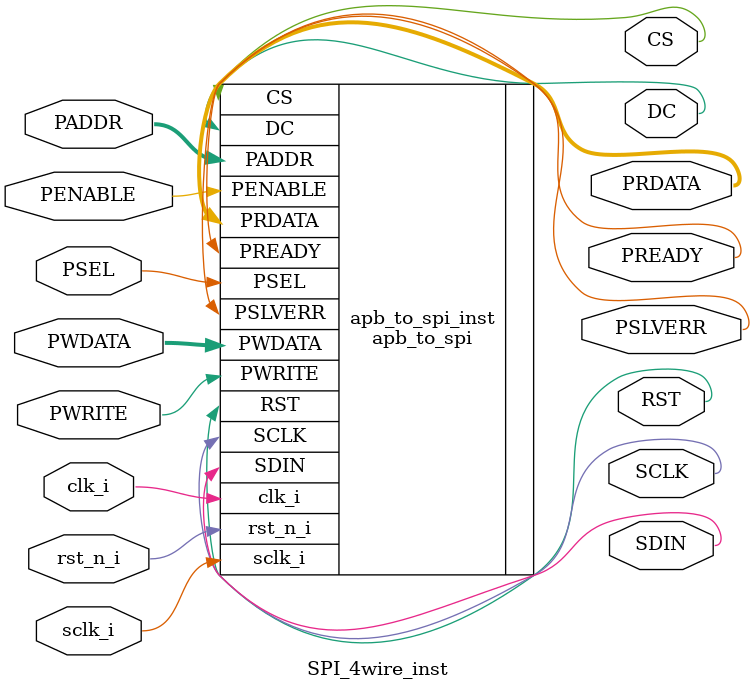
<source format=v>
/*******************************************************************************
    Verilog netlist generated by IPGEN Lattice Propel (64-bit)
    2025.1.0.2509231446_sp1
    Soft IP Version: 2.0.1
    2025 12 08 21:09:07
*******************************************************************************/
/*******************************************************************************
    Wrapper Module generated per user settings.
*******************************************************************************/
module SPI_4wire_inst (clk_i, rst_n_i, sclk_i, PSEL, PENABLE, PADDR, PWRITE,
    PWDATA, PRDATA, PREADY, PSLVERR, SCLK, DC, CS, SDIN, RST)/* synthesis ORIG_MODULE_NAME="SPI_4wire_inst" */ /* synthesis LATTICE_IP_GENERATED="1" */;
    input  clk_i;
    input  rst_n_i;
    input  sclk_i;
    input  PSEL;
    input  PENABLE;
    input  [7:0]  PADDR;
    input  PWRITE;
    input  [31:0]  PWDATA;
    output  [31:0]  PRDATA;
    output  PREADY;
    output  PSLVERR;
    output  SCLK;
    output  DC;
    output  CS;
    output  SDIN;
    output  RST;
    apb_to_spi apb_to_spi_inst(.clk_i(clk_i),
        .rst_n_i(rst_n_i),
        .sclk_i(sclk_i),
        .PSEL(PSEL),
        .PENABLE(PENABLE),
        .PADDR(PADDR[7:0]),
        .PWRITE(PWRITE),
        .PWDATA(PWDATA[31:0]),
        .PRDATA(PRDATA[31:0]),
        .PREADY(PREADY),
        .PSLVERR(PSLVERR),
        .SCLK(SCLK),
        .DC(DC),
        .CS(CS),
        .SDIN(SDIN),
        .RST(RST));
endmodule
</source>
